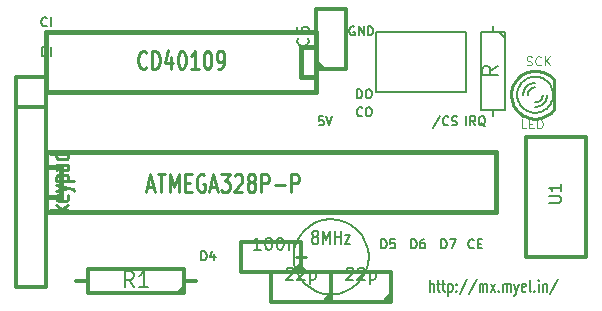
<source format=gto>
G04 (created by PCBNEW-RS274X (2012-01-19 BZR 3256)-stable) date 10/2/2012 11:56:40 PM*
G01*
G70*
G90*
%MOIN*%
G04 Gerber Fmt 3.4, Leading zero omitted, Abs format*
%FSLAX34Y34*%
G04 APERTURE LIST*
%ADD10C,0.006000*%
%ADD11C,0.012000*%
%ADD12C,0.005000*%
%ADD13C,0.015000*%
%ADD14C,0.010000*%
%ADD15C,0.008000*%
%ADD16C,0.011300*%
%ADD17C,0.003500*%
G04 APERTURE END LIST*
G54D10*
X61394Y-40262D02*
X61394Y-39862D01*
X61523Y-40262D02*
X61523Y-40052D01*
X61509Y-40014D01*
X61480Y-39995D01*
X61437Y-39995D01*
X61409Y-40014D01*
X61394Y-40033D01*
X61623Y-39995D02*
X61737Y-39995D01*
X61665Y-39862D02*
X61665Y-40205D01*
X61680Y-40243D01*
X61708Y-40262D01*
X61737Y-40262D01*
X61794Y-39995D02*
X61908Y-39995D01*
X61836Y-39862D02*
X61836Y-40205D01*
X61851Y-40243D01*
X61879Y-40262D01*
X61908Y-40262D01*
X62007Y-39995D02*
X62007Y-40395D01*
X62007Y-40014D02*
X62036Y-39995D01*
X62093Y-39995D01*
X62122Y-40014D01*
X62136Y-40033D01*
X62150Y-40071D01*
X62150Y-40186D01*
X62136Y-40224D01*
X62122Y-40243D01*
X62093Y-40262D01*
X62036Y-40262D01*
X62007Y-40243D01*
X62278Y-40224D02*
X62293Y-40243D01*
X62278Y-40262D01*
X62264Y-40243D01*
X62278Y-40224D01*
X62278Y-40262D01*
X62278Y-40014D02*
X62293Y-40033D01*
X62278Y-40052D01*
X62264Y-40033D01*
X62278Y-40014D01*
X62278Y-40052D01*
X62636Y-39843D02*
X62379Y-40357D01*
X62950Y-39843D02*
X62693Y-40357D01*
X63049Y-40262D02*
X63049Y-39995D01*
X63049Y-40033D02*
X63064Y-40014D01*
X63092Y-39995D01*
X63135Y-39995D01*
X63164Y-40014D01*
X63178Y-40052D01*
X63178Y-40262D01*
X63178Y-40052D02*
X63192Y-40014D01*
X63221Y-39995D01*
X63264Y-39995D01*
X63292Y-40014D01*
X63307Y-40052D01*
X63307Y-40262D01*
X63421Y-40262D02*
X63578Y-39995D01*
X63421Y-39995D02*
X63578Y-40262D01*
X63692Y-40224D02*
X63707Y-40243D01*
X63692Y-40262D01*
X63678Y-40243D01*
X63692Y-40224D01*
X63692Y-40262D01*
X63835Y-40262D02*
X63835Y-39995D01*
X63835Y-40033D02*
X63850Y-40014D01*
X63878Y-39995D01*
X63921Y-39995D01*
X63950Y-40014D01*
X63964Y-40052D01*
X63964Y-40262D01*
X63964Y-40052D02*
X63978Y-40014D01*
X64007Y-39995D01*
X64050Y-39995D01*
X64078Y-40014D01*
X64093Y-40052D01*
X64093Y-40262D01*
X64207Y-39995D02*
X64278Y-40262D01*
X64350Y-39995D02*
X64278Y-40262D01*
X64250Y-40357D01*
X64235Y-40376D01*
X64207Y-40395D01*
X64579Y-40243D02*
X64550Y-40262D01*
X64493Y-40262D01*
X64464Y-40243D01*
X64450Y-40205D01*
X64450Y-40052D01*
X64464Y-40014D01*
X64493Y-39995D01*
X64550Y-39995D01*
X64579Y-40014D01*
X64593Y-40052D01*
X64593Y-40090D01*
X64450Y-40129D01*
X64764Y-40262D02*
X64736Y-40243D01*
X64721Y-40205D01*
X64721Y-39862D01*
X64878Y-40224D02*
X64893Y-40243D01*
X64878Y-40262D01*
X64864Y-40243D01*
X64878Y-40224D01*
X64878Y-40262D01*
X65021Y-40262D02*
X65021Y-39995D01*
X65021Y-39862D02*
X65007Y-39881D01*
X65021Y-39900D01*
X65036Y-39881D01*
X65021Y-39862D01*
X65021Y-39900D01*
X65164Y-39995D02*
X65164Y-40262D01*
X65164Y-40033D02*
X65179Y-40014D01*
X65207Y-39995D01*
X65250Y-39995D01*
X65279Y-40014D01*
X65293Y-40052D01*
X65293Y-40262D01*
X65650Y-39843D02*
X65393Y-40357D01*
G54D11*
X53600Y-39900D02*
X53200Y-39900D01*
X53200Y-39900D02*
X53200Y-40300D01*
X53200Y-40300D02*
X50000Y-40300D01*
X50000Y-40300D02*
X50000Y-39500D01*
X50000Y-39500D02*
X53200Y-39500D01*
X53200Y-39500D02*
X53200Y-39900D01*
X53200Y-40100D02*
X53000Y-40300D01*
X49600Y-39900D02*
X50000Y-39900D01*
G54D12*
X59350Y-39100D02*
X59326Y-39342D01*
X59255Y-39576D01*
X59141Y-39791D01*
X58986Y-39980D01*
X58798Y-40136D01*
X58584Y-40252D01*
X58351Y-40324D01*
X58108Y-40349D01*
X57866Y-40327D01*
X57632Y-40258D01*
X57416Y-40145D01*
X57226Y-39993D01*
X57069Y-39806D01*
X56952Y-39592D01*
X56878Y-39359D01*
X56851Y-39117D01*
X56871Y-38875D01*
X56938Y-38640D01*
X57050Y-38423D01*
X57201Y-38232D01*
X57387Y-38074D01*
X57600Y-37955D01*
X57832Y-37880D01*
X58074Y-37851D01*
X58317Y-37869D01*
X58552Y-37935D01*
X58769Y-38045D01*
X58962Y-38195D01*
X59121Y-38380D01*
X59241Y-38592D01*
X59318Y-38824D01*
X59349Y-39066D01*
X59350Y-39100D01*
G54D11*
X60080Y-40600D02*
X58100Y-40600D01*
X58100Y-40600D02*
X58100Y-39600D01*
X58100Y-39600D02*
X60100Y-39600D01*
X60100Y-39600D02*
X60100Y-40600D01*
X60100Y-40350D02*
X59850Y-40600D01*
X58080Y-40600D02*
X56100Y-40600D01*
X56100Y-40600D02*
X56100Y-39600D01*
X56100Y-39600D02*
X58100Y-39600D01*
X58100Y-39600D02*
X58100Y-40600D01*
X58100Y-40350D02*
X57850Y-40600D01*
G54D13*
X48600Y-35600D02*
X63600Y-35600D01*
X63600Y-35600D02*
X63600Y-37600D01*
X63600Y-37600D02*
X48600Y-37600D01*
X48600Y-37600D02*
X48600Y-35600D01*
X48600Y-36100D02*
X49100Y-36100D01*
X49100Y-36100D02*
X49100Y-37100D01*
X49100Y-37100D02*
X48600Y-37100D01*
G54D11*
X66600Y-35100D02*
X66600Y-39100D01*
X66600Y-39100D02*
X64600Y-39100D01*
X64600Y-39100D02*
X64600Y-35100D01*
X64600Y-35100D02*
X66600Y-35100D01*
G54D14*
X65520Y-34200D02*
X65520Y-33200D01*
G54D10*
X64440Y-33316D02*
X64408Y-33358D01*
X64380Y-33402D01*
X64356Y-33449D01*
X64336Y-33497D01*
X64320Y-33547D01*
X64309Y-33598D01*
X64303Y-33650D01*
X64300Y-33700D01*
X64301Y-33700D02*
X64304Y-33752D01*
X64311Y-33804D01*
X64322Y-33855D01*
X64338Y-33904D01*
X64358Y-33953D01*
X64382Y-33999D01*
X64410Y-34043D01*
X64442Y-34085D01*
X64453Y-34097D01*
X65499Y-33700D02*
X65496Y-33648D01*
X65489Y-33596D01*
X65478Y-33545D01*
X65462Y-33496D01*
X65442Y-33447D01*
X65418Y-33401D01*
X65390Y-33357D01*
X65358Y-33315D01*
X65354Y-33311D01*
X65360Y-34084D02*
X65392Y-34042D01*
X65420Y-33998D01*
X65444Y-33951D01*
X65464Y-33903D01*
X65480Y-33853D01*
X65491Y-33802D01*
X65497Y-33750D01*
X65500Y-33700D01*
X65387Y-33351D02*
X65355Y-33310D01*
X65319Y-33272D01*
X65280Y-33237D01*
X65238Y-33205D01*
X65194Y-33178D01*
X65147Y-33154D01*
X65099Y-33135D01*
X65049Y-33119D01*
X64997Y-33109D01*
X64946Y-33102D01*
X64900Y-33100D01*
X64900Y-33100D02*
X64848Y-33103D01*
X64796Y-33110D01*
X64745Y-33121D01*
X64695Y-33137D01*
X64647Y-33157D01*
X64601Y-33181D01*
X64556Y-33209D01*
X64515Y-33241D01*
X64476Y-33276D01*
X64441Y-33315D01*
X64421Y-33340D01*
X64900Y-34299D02*
X64952Y-34296D01*
X65004Y-34289D01*
X65055Y-34278D01*
X65104Y-34262D01*
X65153Y-34242D01*
X65199Y-34218D01*
X65243Y-34190D01*
X65285Y-34158D01*
X65323Y-34123D01*
X65358Y-34085D01*
X65372Y-34067D01*
X64427Y-34068D02*
X64461Y-34108D01*
X64498Y-34145D01*
X64539Y-34178D01*
X64582Y-34208D01*
X64627Y-34234D01*
X64675Y-34255D01*
X64724Y-34273D01*
X64775Y-34286D01*
X64826Y-34295D01*
X64879Y-34299D01*
X64900Y-34300D01*
X64900Y-33450D02*
X64879Y-33451D01*
X64857Y-33454D01*
X64836Y-33459D01*
X64815Y-33466D01*
X64795Y-33474D01*
X64776Y-33484D01*
X64757Y-33496D01*
X64740Y-33509D01*
X64724Y-33524D01*
X64709Y-33540D01*
X64696Y-33557D01*
X64684Y-33576D01*
X64674Y-33595D01*
X64666Y-33615D01*
X64659Y-33636D01*
X64654Y-33657D01*
X64651Y-33679D01*
X64650Y-33700D01*
X64900Y-33300D02*
X64866Y-33302D01*
X64831Y-33307D01*
X64797Y-33314D01*
X64764Y-33325D01*
X64731Y-33338D01*
X64701Y-33354D01*
X64671Y-33373D01*
X64643Y-33394D01*
X64618Y-33418D01*
X64594Y-33443D01*
X64573Y-33471D01*
X64554Y-33501D01*
X64538Y-33531D01*
X64525Y-33564D01*
X64514Y-33597D01*
X64507Y-33631D01*
X64502Y-33666D01*
X64500Y-33700D01*
X64900Y-33950D02*
X64921Y-33949D01*
X64943Y-33946D01*
X64964Y-33941D01*
X64985Y-33934D01*
X65005Y-33926D01*
X65025Y-33916D01*
X65043Y-33904D01*
X65060Y-33891D01*
X65076Y-33876D01*
X65091Y-33860D01*
X65104Y-33843D01*
X65116Y-33824D01*
X65126Y-33805D01*
X65134Y-33785D01*
X65141Y-33764D01*
X65146Y-33743D01*
X65149Y-33721D01*
X65150Y-33700D01*
X64900Y-34100D02*
X64934Y-34098D01*
X64969Y-34093D01*
X65003Y-34086D01*
X65036Y-34075D01*
X65069Y-34062D01*
X65100Y-34046D01*
X65129Y-34027D01*
X65157Y-34006D01*
X65182Y-33982D01*
X65206Y-33957D01*
X65227Y-33929D01*
X65246Y-33899D01*
X65262Y-33869D01*
X65275Y-33836D01*
X65286Y-33803D01*
X65293Y-33769D01*
X65298Y-33734D01*
X65300Y-33700D01*
G54D14*
X65513Y-33187D02*
X65466Y-33136D01*
X65415Y-33089D01*
X65360Y-33046D01*
X65301Y-33008D01*
X65239Y-32976D01*
X65174Y-32949D01*
X65108Y-32928D01*
X65040Y-32913D01*
X64971Y-32904D01*
X64901Y-32901D01*
X64900Y-32900D01*
X64900Y-32901D02*
X64831Y-32905D01*
X64762Y-32914D01*
X64694Y-32929D01*
X64627Y-32950D01*
X64563Y-32976D01*
X64501Y-33009D01*
X64442Y-33046D01*
X64387Y-33088D01*
X64336Y-33136D01*
X64288Y-33187D01*
X64246Y-33242D01*
X64209Y-33301D01*
X64196Y-33324D01*
X64901Y-34497D02*
X64970Y-34494D01*
X65039Y-34485D01*
X65107Y-34470D01*
X65174Y-34449D01*
X65238Y-34422D01*
X65300Y-34390D01*
X65358Y-34352D01*
X65414Y-34310D01*
X65465Y-34263D01*
X65509Y-34215D01*
X64206Y-34097D02*
X64244Y-34156D01*
X64286Y-34212D01*
X64333Y-34263D01*
X64384Y-34311D01*
X64439Y-34353D01*
X64498Y-34391D01*
X64560Y-34423D01*
X64624Y-34450D01*
X64691Y-34472D01*
X64759Y-34487D01*
X64828Y-34496D01*
X64898Y-34499D01*
X64900Y-34500D01*
X64196Y-33321D02*
X64166Y-33384D01*
X64141Y-33449D01*
X64122Y-33516D01*
X64109Y-33585D01*
X64102Y-33654D01*
X64100Y-33700D01*
X64101Y-33700D02*
X64105Y-33769D01*
X64114Y-33838D01*
X64129Y-33906D01*
X64150Y-33973D01*
X64176Y-34037D01*
X64209Y-34099D01*
X64220Y-34118D01*
G54D13*
X57600Y-33100D02*
X57600Y-33100D01*
X57600Y-33100D02*
X57100Y-33100D01*
X57100Y-33100D02*
X57100Y-32100D01*
X57100Y-32100D02*
X57600Y-32100D01*
X57600Y-33600D02*
X48600Y-33600D01*
X48600Y-33600D02*
X48600Y-31600D01*
X48600Y-31600D02*
X57600Y-31600D01*
X57600Y-31600D02*
X57600Y-33600D01*
G54D11*
X57080Y-39600D02*
X55100Y-39600D01*
X55100Y-39600D02*
X55100Y-38600D01*
X55100Y-38600D02*
X57100Y-38600D01*
X57100Y-38600D02*
X57100Y-39600D01*
X57100Y-39350D02*
X56850Y-39600D01*
X57600Y-32830D02*
X57600Y-30850D01*
X57600Y-30850D02*
X58600Y-30850D01*
X58600Y-30850D02*
X58600Y-32850D01*
X58600Y-32850D02*
X57600Y-32850D01*
X57850Y-32850D02*
X57600Y-32600D01*
G54D15*
X59600Y-31600D02*
X62600Y-31600D01*
X62600Y-33600D02*
X59600Y-33600D01*
X59600Y-33600D02*
X59600Y-31600D01*
X62600Y-31600D02*
X62600Y-33600D01*
G54D11*
X48600Y-33100D02*
X48600Y-33100D01*
X48600Y-33100D02*
X48600Y-40100D01*
X48600Y-40100D02*
X47600Y-40100D01*
X47600Y-40100D02*
X47600Y-33100D01*
X47600Y-33100D02*
X48600Y-33100D01*
X47600Y-34100D02*
X47600Y-34100D01*
X47600Y-34100D02*
X48600Y-34100D01*
G54D15*
X63500Y-31400D02*
X63500Y-31600D01*
X63500Y-34400D02*
X63500Y-34200D01*
X63500Y-34200D02*
X63900Y-34200D01*
X63900Y-34200D02*
X63900Y-31600D01*
X63900Y-31600D02*
X63100Y-31600D01*
X63100Y-31600D02*
X63100Y-34200D01*
X63100Y-34200D02*
X63500Y-34200D01*
X63700Y-31600D02*
X63900Y-31800D01*
X51517Y-40123D02*
X51350Y-39861D01*
X51231Y-40123D02*
X51231Y-39573D01*
X51422Y-39573D01*
X51469Y-39599D01*
X51493Y-39625D01*
X51517Y-39677D01*
X51517Y-39756D01*
X51493Y-39808D01*
X51469Y-39835D01*
X51422Y-39861D01*
X51231Y-39861D01*
X51993Y-40123D02*
X51707Y-40123D01*
X51850Y-40123D02*
X51850Y-39573D01*
X51802Y-39651D01*
X51755Y-39704D01*
X51707Y-39730D01*
X57542Y-38425D02*
X57509Y-38404D01*
X57492Y-38382D01*
X57476Y-38339D01*
X57476Y-38318D01*
X57492Y-38275D01*
X57509Y-38254D01*
X57542Y-38232D01*
X57609Y-38232D01*
X57642Y-38254D01*
X57659Y-38275D01*
X57676Y-38318D01*
X57676Y-38339D01*
X57659Y-38382D01*
X57642Y-38404D01*
X57609Y-38425D01*
X57542Y-38425D01*
X57509Y-38446D01*
X57492Y-38468D01*
X57476Y-38511D01*
X57476Y-38596D01*
X57492Y-38639D01*
X57509Y-38661D01*
X57542Y-38682D01*
X57609Y-38682D01*
X57642Y-38661D01*
X57659Y-38639D01*
X57676Y-38596D01*
X57676Y-38511D01*
X57659Y-38468D01*
X57642Y-38446D01*
X57609Y-38425D01*
X57825Y-38682D02*
X57825Y-38232D01*
X57942Y-38554D01*
X58059Y-38232D01*
X58059Y-38682D01*
X58225Y-38682D02*
X58225Y-38232D01*
X58225Y-38446D02*
X58425Y-38446D01*
X58425Y-38682D02*
X58425Y-38232D01*
X58559Y-38382D02*
X58742Y-38382D01*
X58559Y-38682D01*
X58742Y-38682D01*
G54D16*
X56929Y-39111D02*
X57272Y-39111D01*
X57101Y-39282D02*
X57101Y-38939D01*
G54D15*
X58614Y-39500D02*
X58633Y-39481D01*
X58671Y-39462D01*
X58767Y-39462D01*
X58805Y-39481D01*
X58824Y-39500D01*
X58843Y-39538D01*
X58843Y-39576D01*
X58824Y-39633D01*
X58595Y-39862D01*
X58843Y-39862D01*
X58995Y-39500D02*
X59014Y-39481D01*
X59052Y-39462D01*
X59148Y-39462D01*
X59186Y-39481D01*
X59205Y-39500D01*
X59224Y-39538D01*
X59224Y-39576D01*
X59205Y-39633D01*
X58976Y-39862D01*
X59224Y-39862D01*
X59395Y-39595D02*
X59395Y-39995D01*
X59395Y-39614D02*
X59433Y-39595D01*
X59510Y-39595D01*
X59548Y-39614D01*
X59567Y-39633D01*
X59586Y-39671D01*
X59586Y-39786D01*
X59567Y-39824D01*
X59548Y-39843D01*
X59510Y-39862D01*
X59433Y-39862D01*
X59395Y-39843D01*
X56614Y-39500D02*
X56633Y-39481D01*
X56671Y-39462D01*
X56767Y-39462D01*
X56805Y-39481D01*
X56824Y-39500D01*
X56843Y-39538D01*
X56843Y-39576D01*
X56824Y-39633D01*
X56595Y-39862D01*
X56843Y-39862D01*
X56995Y-39500D02*
X57014Y-39481D01*
X57052Y-39462D01*
X57148Y-39462D01*
X57186Y-39481D01*
X57205Y-39500D01*
X57224Y-39538D01*
X57224Y-39576D01*
X57205Y-39633D01*
X56976Y-39862D01*
X57224Y-39862D01*
X57395Y-39595D02*
X57395Y-39995D01*
X57395Y-39614D02*
X57433Y-39595D01*
X57510Y-39595D01*
X57548Y-39614D01*
X57567Y-39633D01*
X57586Y-39671D01*
X57586Y-39786D01*
X57567Y-39824D01*
X57548Y-39843D01*
X57510Y-39862D01*
X57433Y-39862D01*
X57395Y-39843D01*
G54D16*
X51971Y-36771D02*
X52185Y-36771D01*
X51928Y-36943D02*
X52078Y-36343D01*
X52228Y-36943D01*
X52314Y-36343D02*
X52571Y-36343D01*
X52442Y-36943D02*
X52442Y-36343D01*
X52721Y-36943D02*
X52721Y-36343D01*
X52871Y-36771D01*
X53021Y-36343D01*
X53021Y-36943D01*
X53235Y-36629D02*
X53385Y-36629D01*
X53449Y-36943D02*
X53235Y-36943D01*
X53235Y-36343D01*
X53449Y-36343D01*
X53878Y-36371D02*
X53835Y-36343D01*
X53771Y-36343D01*
X53706Y-36371D01*
X53664Y-36429D01*
X53642Y-36486D01*
X53621Y-36600D01*
X53621Y-36686D01*
X53642Y-36800D01*
X53664Y-36857D01*
X53706Y-36914D01*
X53771Y-36943D01*
X53814Y-36943D01*
X53878Y-36914D01*
X53899Y-36886D01*
X53899Y-36686D01*
X53814Y-36686D01*
X54071Y-36771D02*
X54285Y-36771D01*
X54028Y-36943D02*
X54178Y-36343D01*
X54328Y-36943D01*
X54435Y-36343D02*
X54714Y-36343D01*
X54564Y-36571D01*
X54628Y-36571D01*
X54671Y-36600D01*
X54692Y-36629D01*
X54714Y-36686D01*
X54714Y-36829D01*
X54692Y-36886D01*
X54671Y-36914D01*
X54628Y-36943D01*
X54500Y-36943D01*
X54457Y-36914D01*
X54435Y-36886D01*
X54886Y-36400D02*
X54907Y-36371D01*
X54950Y-36343D01*
X55057Y-36343D01*
X55100Y-36371D01*
X55121Y-36400D01*
X55143Y-36457D01*
X55143Y-36514D01*
X55121Y-36600D01*
X54864Y-36943D01*
X55143Y-36943D01*
X55400Y-36600D02*
X55358Y-36571D01*
X55336Y-36543D01*
X55315Y-36486D01*
X55315Y-36457D01*
X55336Y-36400D01*
X55358Y-36371D01*
X55400Y-36343D01*
X55486Y-36343D01*
X55529Y-36371D01*
X55550Y-36400D01*
X55572Y-36457D01*
X55572Y-36486D01*
X55550Y-36543D01*
X55529Y-36571D01*
X55486Y-36600D01*
X55400Y-36600D01*
X55358Y-36629D01*
X55336Y-36657D01*
X55315Y-36714D01*
X55315Y-36829D01*
X55336Y-36886D01*
X55358Y-36914D01*
X55400Y-36943D01*
X55486Y-36943D01*
X55529Y-36914D01*
X55550Y-36886D01*
X55572Y-36829D01*
X55572Y-36714D01*
X55550Y-36657D01*
X55529Y-36629D01*
X55486Y-36600D01*
X55765Y-36943D02*
X55765Y-36343D01*
X55937Y-36343D01*
X55979Y-36371D01*
X56001Y-36400D01*
X56022Y-36457D01*
X56022Y-36543D01*
X56001Y-36600D01*
X55979Y-36629D01*
X55937Y-36657D01*
X55765Y-36657D01*
X56215Y-36714D02*
X56558Y-36714D01*
X56772Y-36943D02*
X56772Y-36343D01*
X56944Y-36343D01*
X56986Y-36371D01*
X57008Y-36400D01*
X57029Y-36457D01*
X57029Y-36543D01*
X57008Y-36600D01*
X56986Y-36629D01*
X56944Y-36657D01*
X56772Y-36657D01*
G54D15*
X65362Y-37305D02*
X65686Y-37305D01*
X65724Y-37286D01*
X65743Y-37267D01*
X65762Y-37229D01*
X65762Y-37152D01*
X65743Y-37114D01*
X65724Y-37095D01*
X65686Y-37076D01*
X65362Y-37076D01*
X65762Y-36676D02*
X65762Y-36905D01*
X65762Y-36791D02*
X65362Y-36791D01*
X65419Y-36829D01*
X65457Y-36867D01*
X65476Y-36905D01*
G54D17*
X64614Y-32707D02*
X64657Y-32721D01*
X64728Y-32721D01*
X64757Y-32707D01*
X64771Y-32693D01*
X64786Y-32664D01*
X64786Y-32636D01*
X64771Y-32607D01*
X64757Y-32593D01*
X64728Y-32579D01*
X64671Y-32564D01*
X64643Y-32550D01*
X64628Y-32536D01*
X64614Y-32507D01*
X64614Y-32479D01*
X64628Y-32450D01*
X64643Y-32436D01*
X64671Y-32421D01*
X64743Y-32421D01*
X64786Y-32436D01*
X65086Y-32693D02*
X65072Y-32707D01*
X65029Y-32721D01*
X65000Y-32721D01*
X64957Y-32707D01*
X64929Y-32679D01*
X64914Y-32650D01*
X64900Y-32593D01*
X64900Y-32550D01*
X64914Y-32493D01*
X64929Y-32464D01*
X64957Y-32436D01*
X65000Y-32421D01*
X65029Y-32421D01*
X65072Y-32436D01*
X65086Y-32450D01*
X65214Y-32721D02*
X65214Y-32421D01*
X65386Y-32721D02*
X65257Y-32550D01*
X65386Y-32421D02*
X65214Y-32593D01*
X64607Y-34821D02*
X64464Y-34821D01*
X64464Y-34521D01*
X64707Y-34664D02*
X64807Y-34664D01*
X64850Y-34821D02*
X64707Y-34821D01*
X64707Y-34521D01*
X64850Y-34521D01*
X64978Y-34821D02*
X64978Y-34521D01*
X65050Y-34521D01*
X65093Y-34536D01*
X65121Y-34564D01*
X65136Y-34593D01*
X65150Y-34650D01*
X65150Y-34693D01*
X65136Y-34750D01*
X65121Y-34779D01*
X65093Y-34807D01*
X65050Y-34821D01*
X64978Y-34821D01*
G54D16*
X51942Y-32786D02*
X51921Y-32814D01*
X51857Y-32843D01*
X51814Y-32843D01*
X51749Y-32814D01*
X51707Y-32757D01*
X51685Y-32700D01*
X51664Y-32586D01*
X51664Y-32500D01*
X51685Y-32386D01*
X51707Y-32329D01*
X51749Y-32271D01*
X51814Y-32243D01*
X51857Y-32243D01*
X51921Y-32271D01*
X51942Y-32300D01*
X52135Y-32843D02*
X52135Y-32243D01*
X52242Y-32243D01*
X52307Y-32271D01*
X52349Y-32329D01*
X52371Y-32386D01*
X52392Y-32500D01*
X52392Y-32586D01*
X52371Y-32700D01*
X52349Y-32757D01*
X52307Y-32814D01*
X52242Y-32843D01*
X52135Y-32843D01*
X52778Y-32443D02*
X52778Y-32843D01*
X52671Y-32214D02*
X52564Y-32643D01*
X52842Y-32643D01*
X53100Y-32243D02*
X53143Y-32243D01*
X53186Y-32271D01*
X53207Y-32300D01*
X53228Y-32357D01*
X53250Y-32471D01*
X53250Y-32614D01*
X53228Y-32729D01*
X53207Y-32786D01*
X53186Y-32814D01*
X53143Y-32843D01*
X53100Y-32843D01*
X53057Y-32814D01*
X53036Y-32786D01*
X53014Y-32729D01*
X52993Y-32614D01*
X52993Y-32471D01*
X53014Y-32357D01*
X53036Y-32300D01*
X53057Y-32271D01*
X53100Y-32243D01*
X53679Y-32843D02*
X53422Y-32843D01*
X53550Y-32843D02*
X53550Y-32243D01*
X53507Y-32329D01*
X53465Y-32386D01*
X53422Y-32414D01*
X53958Y-32243D02*
X54001Y-32243D01*
X54044Y-32271D01*
X54065Y-32300D01*
X54086Y-32357D01*
X54108Y-32471D01*
X54108Y-32614D01*
X54086Y-32729D01*
X54065Y-32786D01*
X54044Y-32814D01*
X54001Y-32843D01*
X53958Y-32843D01*
X53915Y-32814D01*
X53894Y-32786D01*
X53872Y-32729D01*
X53851Y-32614D01*
X53851Y-32471D01*
X53872Y-32357D01*
X53894Y-32300D01*
X53915Y-32271D01*
X53958Y-32243D01*
X54323Y-32843D02*
X54408Y-32843D01*
X54451Y-32814D01*
X54473Y-32786D01*
X54515Y-32700D01*
X54537Y-32586D01*
X54537Y-32357D01*
X54515Y-32300D01*
X54494Y-32271D01*
X54451Y-32243D01*
X54365Y-32243D01*
X54323Y-32271D01*
X54301Y-32300D01*
X54280Y-32357D01*
X54280Y-32500D01*
X54301Y-32557D01*
X54323Y-32586D01*
X54365Y-32614D01*
X54451Y-32614D01*
X54494Y-32586D01*
X54515Y-32557D01*
X54537Y-32500D01*
G54D15*
X55753Y-38862D02*
X55524Y-38862D01*
X55638Y-38862D02*
X55638Y-38462D01*
X55600Y-38519D01*
X55562Y-38557D01*
X55524Y-38576D01*
X56000Y-38462D02*
X56039Y-38462D01*
X56077Y-38481D01*
X56096Y-38500D01*
X56115Y-38538D01*
X56134Y-38614D01*
X56134Y-38710D01*
X56115Y-38786D01*
X56096Y-38824D01*
X56077Y-38843D01*
X56039Y-38862D01*
X56000Y-38862D01*
X55962Y-38843D01*
X55943Y-38824D01*
X55924Y-38786D01*
X55905Y-38710D01*
X55905Y-38614D01*
X55924Y-38538D01*
X55943Y-38500D01*
X55962Y-38481D01*
X56000Y-38462D01*
X56381Y-38462D02*
X56420Y-38462D01*
X56458Y-38481D01*
X56477Y-38500D01*
X56496Y-38538D01*
X56515Y-38614D01*
X56515Y-38710D01*
X56496Y-38786D01*
X56477Y-38824D01*
X56458Y-38843D01*
X56420Y-38862D01*
X56381Y-38862D01*
X56343Y-38843D01*
X56324Y-38824D01*
X56305Y-38786D01*
X56286Y-38710D01*
X56286Y-38614D01*
X56305Y-38538D01*
X56324Y-38500D01*
X56343Y-38481D01*
X56381Y-38462D01*
X56686Y-38595D02*
X56686Y-38862D01*
X56686Y-38633D02*
X56705Y-38614D01*
X56743Y-38595D01*
X56801Y-38595D01*
X56839Y-38614D01*
X56858Y-38652D01*
X56858Y-38862D01*
X57324Y-31816D02*
X57343Y-31835D01*
X57362Y-31892D01*
X57362Y-31930D01*
X57343Y-31988D01*
X57305Y-32026D01*
X57267Y-32045D01*
X57190Y-32064D01*
X57133Y-32064D01*
X57057Y-32045D01*
X57019Y-32026D01*
X56981Y-31988D01*
X56962Y-31930D01*
X56962Y-31892D01*
X56981Y-31835D01*
X57000Y-31816D01*
X56962Y-31454D02*
X56962Y-31645D01*
X57152Y-31664D01*
X57133Y-31645D01*
X57114Y-31607D01*
X57114Y-31511D01*
X57133Y-31473D01*
X57152Y-31454D01*
X57190Y-31435D01*
X57286Y-31435D01*
X57324Y-31454D01*
X57343Y-31473D01*
X57362Y-31511D01*
X57362Y-31607D01*
X57343Y-31645D01*
X57324Y-31664D01*
G54D14*
X49343Y-37534D02*
X48743Y-37534D01*
X49114Y-37496D02*
X49343Y-37381D01*
X48943Y-37381D02*
X49171Y-37534D01*
X49314Y-37057D02*
X49343Y-37095D01*
X49343Y-37172D01*
X49314Y-37210D01*
X49257Y-37229D01*
X49029Y-37229D01*
X48971Y-37210D01*
X48943Y-37172D01*
X48943Y-37095D01*
X48971Y-37057D01*
X49029Y-37038D01*
X49086Y-37038D01*
X49143Y-37229D01*
X48943Y-36905D02*
X49343Y-36810D01*
X48943Y-36714D02*
X49343Y-36810D01*
X49486Y-36848D01*
X49514Y-36867D01*
X49543Y-36905D01*
X48943Y-36562D02*
X49543Y-36562D01*
X48971Y-36562D02*
X48943Y-36524D01*
X48943Y-36447D01*
X48971Y-36409D01*
X49000Y-36390D01*
X49057Y-36371D01*
X49229Y-36371D01*
X49286Y-36390D01*
X49314Y-36409D01*
X49343Y-36447D01*
X49343Y-36524D01*
X49314Y-36562D01*
X49343Y-36028D02*
X49029Y-36028D01*
X48971Y-36047D01*
X48943Y-36085D01*
X48943Y-36162D01*
X48971Y-36200D01*
X49314Y-36028D02*
X49343Y-36066D01*
X49343Y-36162D01*
X49314Y-36200D01*
X49257Y-36219D01*
X49200Y-36219D01*
X49143Y-36200D01*
X49114Y-36162D01*
X49114Y-36066D01*
X49086Y-36028D01*
X49343Y-35666D02*
X48743Y-35666D01*
X49314Y-35666D02*
X49343Y-35704D01*
X49343Y-35781D01*
X49314Y-35819D01*
X49286Y-35838D01*
X49229Y-35857D01*
X49057Y-35857D01*
X49000Y-35838D01*
X48971Y-35819D01*
X48943Y-35781D01*
X48943Y-35704D01*
X48971Y-35666D01*
G54D10*
X48622Y-31393D02*
X48608Y-31407D01*
X48565Y-31421D01*
X48536Y-31421D01*
X48493Y-31407D01*
X48465Y-31379D01*
X48450Y-31350D01*
X48436Y-31293D01*
X48436Y-31250D01*
X48450Y-31193D01*
X48465Y-31164D01*
X48493Y-31136D01*
X48536Y-31121D01*
X48565Y-31121D01*
X48608Y-31136D01*
X48622Y-31150D01*
X48750Y-31421D02*
X48750Y-31121D01*
X48450Y-32421D02*
X48450Y-32121D01*
X48522Y-32121D01*
X48565Y-32136D01*
X48593Y-32164D01*
X48608Y-32193D01*
X48622Y-32250D01*
X48622Y-32293D01*
X48608Y-32350D01*
X48593Y-32379D01*
X48565Y-32407D01*
X48522Y-32421D01*
X48450Y-32421D01*
X48750Y-32421D02*
X48750Y-32121D01*
X61736Y-34407D02*
X61479Y-34793D01*
X62007Y-34693D02*
X61993Y-34707D01*
X61950Y-34721D01*
X61921Y-34721D01*
X61878Y-34707D01*
X61850Y-34679D01*
X61835Y-34650D01*
X61821Y-34593D01*
X61821Y-34550D01*
X61835Y-34493D01*
X61850Y-34464D01*
X61878Y-34436D01*
X61921Y-34421D01*
X61950Y-34421D01*
X61993Y-34436D01*
X62007Y-34450D01*
X62121Y-34707D02*
X62164Y-34721D01*
X62235Y-34721D01*
X62264Y-34707D01*
X62278Y-34693D01*
X62293Y-34664D01*
X62293Y-34636D01*
X62278Y-34607D01*
X62264Y-34593D01*
X62235Y-34579D01*
X62178Y-34564D01*
X62150Y-34550D01*
X62135Y-34536D01*
X62121Y-34507D01*
X62121Y-34479D01*
X62135Y-34450D01*
X62150Y-34436D01*
X62178Y-34421D01*
X62250Y-34421D01*
X62293Y-34436D01*
X62593Y-34721D02*
X62593Y-34421D01*
X62908Y-34721D02*
X62808Y-34579D01*
X62736Y-34721D02*
X62736Y-34421D01*
X62851Y-34421D01*
X62879Y-34436D01*
X62894Y-34450D01*
X62908Y-34479D01*
X62908Y-34521D01*
X62894Y-34550D01*
X62879Y-34564D01*
X62851Y-34579D01*
X62736Y-34579D01*
X63236Y-34750D02*
X63208Y-34736D01*
X63179Y-34707D01*
X63136Y-34664D01*
X63108Y-34650D01*
X63079Y-34650D01*
X63094Y-34721D02*
X63065Y-34707D01*
X63036Y-34679D01*
X63022Y-34621D01*
X63022Y-34521D01*
X63036Y-34464D01*
X63065Y-34436D01*
X63094Y-34421D01*
X63151Y-34421D01*
X63179Y-34436D01*
X63208Y-34464D01*
X63222Y-34521D01*
X63222Y-34621D01*
X63208Y-34679D01*
X63179Y-34707D01*
X63151Y-34721D01*
X63094Y-34721D01*
X62858Y-38793D02*
X62844Y-38807D01*
X62801Y-38821D01*
X62772Y-38821D01*
X62729Y-38807D01*
X62701Y-38779D01*
X62686Y-38750D01*
X62672Y-38693D01*
X62672Y-38650D01*
X62686Y-38593D01*
X62701Y-38564D01*
X62729Y-38536D01*
X62772Y-38521D01*
X62801Y-38521D01*
X62844Y-38536D01*
X62858Y-38550D01*
X62986Y-38664D02*
X63086Y-38664D01*
X63129Y-38821D02*
X62986Y-38821D01*
X62986Y-38521D01*
X63129Y-38521D01*
X57843Y-34421D02*
X57700Y-34421D01*
X57686Y-34564D01*
X57700Y-34550D01*
X57729Y-34536D01*
X57800Y-34536D01*
X57829Y-34550D01*
X57843Y-34564D01*
X57858Y-34593D01*
X57858Y-34664D01*
X57843Y-34693D01*
X57829Y-34707D01*
X57800Y-34721D01*
X57729Y-34721D01*
X57700Y-34707D01*
X57686Y-34693D01*
X57944Y-34421D02*
X58044Y-34721D01*
X58144Y-34421D01*
X58872Y-31436D02*
X58843Y-31421D01*
X58800Y-31421D01*
X58757Y-31436D01*
X58729Y-31464D01*
X58714Y-31493D01*
X58700Y-31550D01*
X58700Y-31593D01*
X58714Y-31650D01*
X58729Y-31679D01*
X58757Y-31707D01*
X58800Y-31721D01*
X58829Y-31721D01*
X58872Y-31707D01*
X58886Y-31693D01*
X58886Y-31593D01*
X58829Y-31593D01*
X59014Y-31721D02*
X59014Y-31421D01*
X59186Y-31721D01*
X59186Y-31421D01*
X59328Y-31721D02*
X59328Y-31421D01*
X59400Y-31421D01*
X59443Y-31436D01*
X59471Y-31464D01*
X59486Y-31493D01*
X59500Y-31550D01*
X59500Y-31593D01*
X59486Y-31650D01*
X59471Y-31679D01*
X59443Y-31707D01*
X59400Y-31721D01*
X59328Y-31721D01*
X58964Y-33821D02*
X58964Y-33521D01*
X59036Y-33521D01*
X59079Y-33536D01*
X59107Y-33564D01*
X59122Y-33593D01*
X59136Y-33650D01*
X59136Y-33693D01*
X59122Y-33750D01*
X59107Y-33779D01*
X59079Y-33807D01*
X59036Y-33821D01*
X58964Y-33821D01*
X59322Y-33521D02*
X59379Y-33521D01*
X59407Y-33536D01*
X59436Y-33564D01*
X59450Y-33621D01*
X59450Y-33721D01*
X59436Y-33779D01*
X59407Y-33807D01*
X59379Y-33821D01*
X59322Y-33821D01*
X59293Y-33807D01*
X59264Y-33779D01*
X59250Y-33721D01*
X59250Y-33621D01*
X59264Y-33564D01*
X59293Y-33536D01*
X59322Y-33521D01*
X59136Y-34393D02*
X59122Y-34407D01*
X59079Y-34421D01*
X59050Y-34421D01*
X59007Y-34407D01*
X58979Y-34379D01*
X58964Y-34350D01*
X58950Y-34293D01*
X58950Y-34250D01*
X58964Y-34193D01*
X58979Y-34164D01*
X59007Y-34136D01*
X59050Y-34121D01*
X59079Y-34121D01*
X59122Y-34136D01*
X59136Y-34150D01*
X59322Y-34121D02*
X59379Y-34121D01*
X59407Y-34136D01*
X59436Y-34164D01*
X59450Y-34221D01*
X59450Y-34321D01*
X59436Y-34379D01*
X59407Y-34407D01*
X59379Y-34421D01*
X59322Y-34421D01*
X59293Y-34407D01*
X59264Y-34379D01*
X59250Y-34321D01*
X59250Y-34221D01*
X59264Y-34164D01*
X59293Y-34136D01*
X59322Y-34121D01*
X59778Y-38821D02*
X59778Y-38521D01*
X59850Y-38521D01*
X59893Y-38536D01*
X59921Y-38564D01*
X59936Y-38593D01*
X59950Y-38650D01*
X59950Y-38693D01*
X59936Y-38750D01*
X59921Y-38779D01*
X59893Y-38807D01*
X59850Y-38821D01*
X59778Y-38821D01*
X60221Y-38521D02*
X60078Y-38521D01*
X60064Y-38664D01*
X60078Y-38650D01*
X60107Y-38636D01*
X60178Y-38636D01*
X60207Y-38650D01*
X60221Y-38664D01*
X60236Y-38693D01*
X60236Y-38764D01*
X60221Y-38793D01*
X60207Y-38807D01*
X60178Y-38821D01*
X60107Y-38821D01*
X60078Y-38807D01*
X60064Y-38793D01*
X60778Y-38821D02*
X60778Y-38521D01*
X60850Y-38521D01*
X60893Y-38536D01*
X60921Y-38564D01*
X60936Y-38593D01*
X60950Y-38650D01*
X60950Y-38693D01*
X60936Y-38750D01*
X60921Y-38779D01*
X60893Y-38807D01*
X60850Y-38821D01*
X60778Y-38821D01*
X61207Y-38521D02*
X61150Y-38521D01*
X61121Y-38536D01*
X61107Y-38550D01*
X61078Y-38593D01*
X61064Y-38650D01*
X61064Y-38764D01*
X61078Y-38793D01*
X61093Y-38807D01*
X61121Y-38821D01*
X61178Y-38821D01*
X61207Y-38807D01*
X61221Y-38793D01*
X61236Y-38764D01*
X61236Y-38693D01*
X61221Y-38664D01*
X61207Y-38650D01*
X61178Y-38636D01*
X61121Y-38636D01*
X61093Y-38650D01*
X61078Y-38664D01*
X61064Y-38693D01*
X61778Y-38821D02*
X61778Y-38521D01*
X61850Y-38521D01*
X61893Y-38536D01*
X61921Y-38564D01*
X61936Y-38593D01*
X61950Y-38650D01*
X61950Y-38693D01*
X61936Y-38750D01*
X61921Y-38779D01*
X61893Y-38807D01*
X61850Y-38821D01*
X61778Y-38821D01*
X62050Y-38521D02*
X62250Y-38521D01*
X62121Y-38821D01*
X53778Y-39221D02*
X53778Y-38921D01*
X53850Y-38921D01*
X53893Y-38936D01*
X53921Y-38964D01*
X53936Y-38993D01*
X53950Y-39050D01*
X53950Y-39093D01*
X53936Y-39150D01*
X53921Y-39179D01*
X53893Y-39207D01*
X53850Y-39221D01*
X53778Y-39221D01*
X54207Y-39021D02*
X54207Y-39221D01*
X54136Y-38907D02*
X54064Y-39121D01*
X54250Y-39121D01*
G54D15*
X63673Y-32745D02*
X63411Y-32912D01*
X63673Y-33031D02*
X63123Y-33031D01*
X63123Y-32840D01*
X63149Y-32793D01*
X63175Y-32769D01*
X63227Y-32745D01*
X63306Y-32745D01*
X63358Y-32769D01*
X63385Y-32793D01*
X63411Y-32840D01*
X63411Y-33031D01*
M02*

</source>
